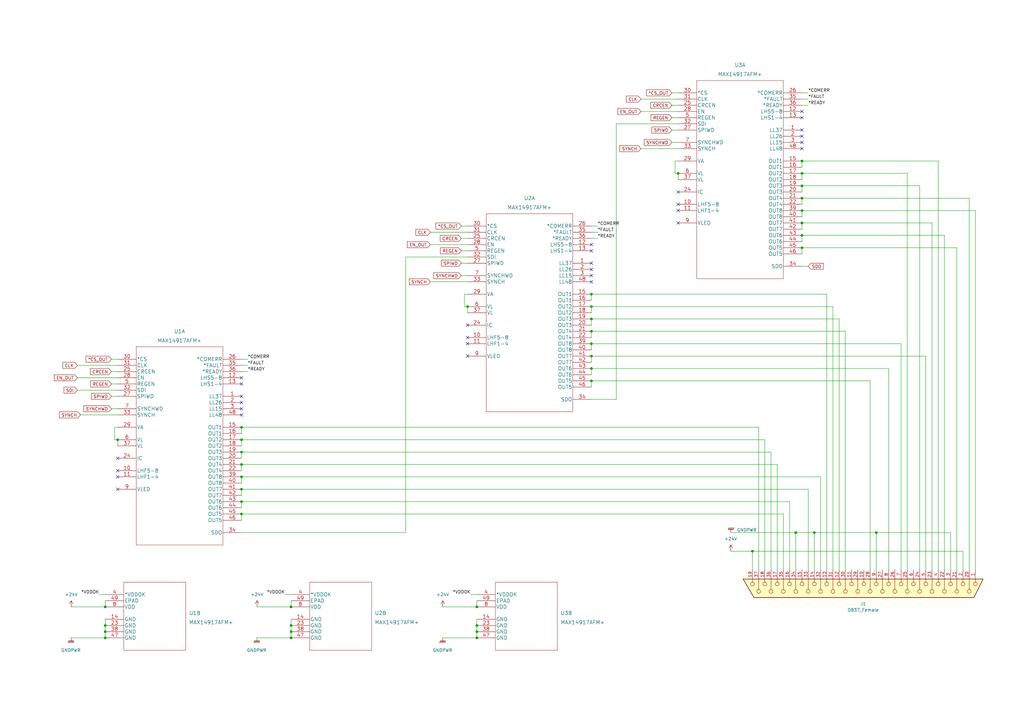
<source format=kicad_sch>
(kicad_sch (version 20211123) (generator eeschema)
  (paper "A3")
  (title_block (title "Num I/O") (rev "1") (company "Electrolab") (comment 1 "Output side"))
  (lib_symbols
    (symbol "Connector:DB37_Female" (pin_names (offset 1.016) hide)
      (property "Reference" "J" (at 0 50.165 0))
      (property "Value" "DB37_Female" (at 0 -50.8 0))
      (symbol "DB37_Female_0_1"
        (circle (center -1.778 -45.72) (radius 0.762))
        (circle (center -1.778 -40.64) (radius 0.762))
        (circle (center -1.778 -35.56) (radius 0.762))
        (circle (center -1.778 -30.48) (radius 0.762))
        (circle (center -1.778 -25.4) (radius 0.762))
        (circle (center -1.778 -20.32) (radius 0.762))
        (circle (center -1.778 -15.24) (radius 0.762))
        (circle (center -1.778 -10.16) (radius 0.762))
        (circle (center -1.778 -5.08) (radius 0.762))
        (circle (center -1.778 0) (radius 0.762))
        (circle (center -1.778 5.08) (radius 0.762))
        (circle (center -1.778 10.16) (radius 0.762))
        (circle (center -1.778 15.24) (radius 0.762))
        (circle (center -1.778 20.32) (radius 0.762))
        (circle (center -1.778 25.4) (radius 0.762))
        (circle (center -1.778 30.48) (radius 0.762))
        (circle (center -1.778 35.56) (radius 0.762))
        (circle (center -1.778 40.64) (radius 0.762))
        (circle (center -1.778 45.72) (radius 0.762))
        (polyline (pts (xy -3.81 -45.72) (xy -2.54 -45.72)))
        (polyline (pts (xy -3.81 -43.18) (xy 0.508 -43.18)))
        (polyline (pts (xy -3.81 -40.64) (xy -2.54 -40.64)))
        (polyline (pts (xy -3.81 -38.1) (xy 0.508 -38.1)))
        (polyline (pts (xy -3.81 -35.56) (xy -2.54 -35.56)))
        (polyline (pts (xy -3.81 -33.02) (xy 0.508 -33.02)))
        (polyline (pts (xy -3.81 -30.48) (xy -2.54 -30.48)))
        (polyline (pts (xy -3.81 -27.94) (xy 0.508 -27.94)))
        (polyline (pts (xy -3.81 -25.4) (xy -2.54 -25.4)))
        (polyline (pts (xy -3.81 -22.86) (xy 0.508 -22.86)))
        (polyline (pts (xy -3.81 -20.32) (xy -2.54 -20.32)))
        (polyline (pts (xy -3.81 -17.78) (xy 0.508 -17.78)))
        (polyline (pts (xy -3.81 -15.24) (xy -2.54 -15.24)))
        (polyline (pts (xy -3.81 -12.7) (xy 0.508 -12.7)))
        (polyline (pts (xy -3.81 -10.16) (xy -2.54 -10.16)))
        (polyline (pts (xy -3.81 -7.62) (xy 0.508 -7.62)))
        (polyline (pts (xy -3.81 -5.08) (xy -2.54 -5.08)))
        (polyline (pts (xy -3.81 -2.54) (xy 0.508 -2.54)))
        (polyline (pts (xy -3.81 0) (xy -2.54 0)))
        (polyline (pts (xy -3.81 2.54) (xy 0.508 2.54)))
        (polyline (pts (xy -3.81 5.08) (xy -2.54 5.08)))
        (polyline (pts (xy -3.81 7.62) (xy 0.508 7.62)))
        (polyline (pts (xy -3.81 10.16) (xy -2.54 10.16)))
        (polyline (pts (xy -3.81 12.7) (xy 0.508 12.7)))
        (polyline (pts (xy -3.81 15.24) (xy -2.54 15.24)))
        (polyline (pts (xy -3.81 17.78) (xy 0.508 17.78)))
        (polyline (pts (xy -3.81 20.32) (xy -2.54 20.32)))
        (polyline (pts (xy -3.81 22.86) (xy 0.508 22.86)))
        (polyline (pts (xy -3.81 25.4) (xy -2.54 25.4)))
        (polyline (pts (xy -3.81 27.94) (xy 0.508 27.94)))
        (polyline (pts (xy -3.81 30.48) (xy -2.54 30.48)))
        (polyline (pts (xy -3.81 33.02) (xy 0.508 33.02)))
        (polyline (pts (xy -3.81 35.56) (xy -2.54 35.56)))
        (polyline (pts (xy -3.81 38.1) (xy 0.508 38.1)))
        (polyline (pts (xy -3.81 40.64) (xy -2.54 40.64)))
        (polyline (pts (xy -3.81 43.18) (xy 0.508 43.18)))
        (polyline (pts (xy -3.81 45.72) (xy -2.54 45.72)))
        (polyline (pts (xy -3.81 -49.53) (xy 3.81 -45.085) (xy 3.81 45.085) (xy -3.81 48.895) (xy -3.81 -49.53)) (stroke (width 0.254)) (fill (type background)))
        (circle (center 1.27 -43.18) (radius 0.762))
        (circle (center 1.27 -38.1) (radius 0.762))
        (circle (center 1.27 -33.02) (radius 0.762))
        (circle (center 1.27 -27.94) (radius 0.762))
        (circle (center 1.27 -22.86) (radius 0.762))
        (circle (center 1.27 -17.78) (radius 0.762))
        (circle (center 1.27 -12.7) (radius 0.762))
        (circle (center 1.27 -7.62) (radius 0.762))
        (circle (center 1.27 -2.54) (radius 0.762))
        (circle (center 1.27 2.54) (radius 0.762))
        (circle (center 1.27 7.62) (radius 0.762))
        (circle (center 1.27 12.7) (radius 0.762))
        (circle (center 1.27 17.78) (radius 0.762))
        (circle (center 1.27 22.86) (radius 0.762))
        (circle (center 1.27 27.94) (radius 0.762))
        (circle (center 1.27 33.02) (radius 0.762))
        (circle (center 1.27 38.1) (radius 0.762))
        (circle (center 1.27 43.18) (radius 0.762))
      )
      (symbol "DB37_Female_1_1"
        (pin passive line (at -7.62 45.72 0) (length 3.81) (name "1") (number "1"))
        (pin passive line (at -7.62 0 0) (length 3.81) (name "10") (number "10"))
        (pin passive line (at -7.62 -5.08 0) (length 3.81) (name "11") (number "11"))
        (pin passive line (at -7.62 -10.16 0) (length 3.81) (name "12") (number "12"))
        (pin passive line (at -7.62 -15.24 0) (length 3.81) (name "13") (number "13"))
        (pin passive line (at -7.62 -20.32 0) (length 3.81) (name "14") (number "14"))
        (pin passive line (at -7.62 -25.4 0) (length 3.81) (name "15") (number "15"))
        (pin passive line (at -7.62 -30.48 0) (length 3.81) (name "16") (number "16"))
        (pin passive line (at -7.62 -35.56 0) (length 3.81) (name "17") (number "17"))
        (pin passive line (at -7.62 -40.64 0) (length 3.81) (name "18") (number "18"))
        (pin passive line (at -7.62 -45.72 0) (length 3.81) (name "19") (number "19"))
        (pin passive line (at -7.62 40.64 0) (length 3.81) (name "2") (number "2"))
        (pin passive line (at -7.62 43.18 0) (length 3.81) (name "20") (number "20"))
        (pin passive line (at -7.62 38.1 0) (length 3.81) (name "21") (number "21"))
        (pin passive line (at -7.62 33.02 0) (length 3.81) (name "22") (number "22"))
        (pin passive line (at -7.62 27.94 0) (length 3.81) (name "23") (number "23"))
        (pin passive line (at -7.62 22.86 0) (length 3.81) (name "24") (number "24"))
        (pin passive line (at -7.62 17.78 0) (length 3.81) (name "25") (number "25"))
        (pin passive line (at -7.62 12.7 0) (length 3.81) (name "26") (number "26"))
        (pin passive line (at -7.62 7.62 0) (length 3.81) (name "27") (number "27"))
        (pin passive line (at -7.62 2.54 0) (length 3.81) (name "28") (number "28"))
        (pin passive line (at -7.62 -2.54 0) (length 3.81) (name "29") (number "29"))
        (pin passive line (at -7.62 35.56 0) (length 3.81) (name "3") (number "3"))
        (pin passive line (at -7.62 -7.62 0) (length 3.81) (name "30") (number "30"))
        (pin passive line (at -7.62 -12.7 0) (length 3.81) (name "31") (number "31"))
        (pin passive line (at -7.62 -17.78 0) (length 3.81) (name "32") (number "32"))
        (pin passive line (at -7.62 -22.86 0) (length 3.81) (name "33") (number "33"))
        (pin passive line (at -7.62 -27.94 0) (length 3.81) (name "34") (number "34"))
        (pin passive line (at -7.62 -33.02 0) (length 3.81) (name "35") (number "35"))
        (pin passive line (at -7.62 -38.1 0) (length 3.81) (name "36") (number "36"))
        (pin passive line (at -7.62 -43.18 0) (length 3.81) (name "37") (number "37"))
        (pin passive line (at -7.62 30.48 0) (length 3.81) (name "4") (number "4"))
        (pin passive line (at -7.62 25.4 0) (length 3.81) (name "5") (number "5"))
        (pin passive line (at -7.62 20.32 0) (length 3.81) (name "6") (number "6"))
        (pin passive line (at -7.62 15.24 0) (length 3.81) (name "7") (number "7"))
        (pin passive line (at -7.62 10.16 0) (length 3.81) (name "8") (number "8"))
        (pin passive line (at -7.62 5.08 0) (length 3.81) (name "9") (number "9"))
      )
    )
    (symbol "Maxim industrial IO:MAX14917AFM+" (pin_names (offset 0.254))
      (property "Reference" "U" (at 25.4 10.16 0))
      (property "Value" "MAX14917AFM+" (at 25.4 7.62 0))
      (symbol "MAX14917AFM+_1_1"
        (polyline (pts (xy 7.62 -76.2) (xy 43.18 -76.2)) (stroke (width 0.127)))
        (polyline (pts (xy 7.62 5.08) (xy 7.62 -76.2)) (stroke (width 0.127)))
        (polyline (pts (xy 43.18 -76.2) (xy 43.18 5.08)) (stroke (width 0.127)))
        (polyline (pts (xy 43.18 5.08) (xy 7.62 5.08)) (stroke (width 0.127)))
        (pin output line (at 50.8 -15.24 180) (length 7.62) (name "LL37") (number "1"))
        (pin unspecified line (at 0 -45.72 0) (length 7.62) (name "LHF5-8") (number "10"))
        (pin unspecified line (at 0 -48.26 0) (length 7.62) (name "LHF1-4") (number "11"))
        (pin output line (at 50.8 -7.62 180) (length 7.62) (name "LHS5-8") (number "12"))
        (pin output line (at 50.8 -10.16 180) (length 7.62) (name "LHS1-4") (number "13"))
        (pin output line (at 50.8 -27.94 180) (length 7.62) (name "OUT1") (number "15"))
        (pin output line (at 50.8 -30.48 180) (length 7.62) (name "OUT1") (number "16"))
        (pin output line (at 50.8 -33.02 180) (length 7.62) (name "OUT2") (number "17"))
        (pin output line (at 50.8 -35.56 180) (length 7.62) (name "OUT2") (number "18"))
        (pin output line (at 50.8 -38.1 180) (length 7.62) (name "OUT3") (number "19"))
        (pin output line (at 50.8 -17.78 180) (length 7.62) (name "LL26") (number "2"))
        (pin output line (at 50.8 -40.64 180) (length 7.62) (name "OUT3") (number "20"))
        (pin output line (at 50.8 -43.18 180) (length 7.62) (name "OUT4") (number "21"))
        (pin output line (at 50.8 -45.72 180) (length 7.62) (name "OUT4") (number "22"))
        (pin unspecified line (at 0 -40.64 0) (length 7.62) (name "IC") (number "24"))
        (pin input line (at 0 -5.08 0) (length 7.62) (name "CRCEN") (number "25"))
        (pin output line (at 50.8 0 180) (length 7.62) (name "*COMERR") (number "26"))
        (pin input line (at 0 -15.24 0) (length 7.62) (name "SPIWD") (number "27"))
        (pin input line (at 0 -7.62 0) (length 7.62) (name "EN") (number "28"))
        (pin input line (at 0 -27.94 0) (length 7.62) (name "VA") (number "29"))
        (pin output line (at 50.8 -20.32 180) (length 7.62) (name "LL15") (number "3"))
        (pin input line (at 0 0 0) (length 7.62) (name "*CS") (number "30"))
        (pin input line (at 0 -2.54 0) (length 7.62) (name "CLK") (number "31"))
        (pin input line (at 0 -12.7 0) (length 7.62) (name "SDI") (number "32"))
        (pin input line (at 0 -22.86 0) (length 7.62) (name "SYNCH") (number "33"))
        (pin output line (at 50.8 -71.12 180) (length 7.62) (name "SDO") (number "34"))
        (pin output line (at 50.8 -2.54 180) (length 7.62) (name "*FAULT") (number "35"))
        (pin output line (at 50.8 -5.08 180) (length 7.62) (name "*READY") (number "36"))
        (pin input line (at 0 -35.56 0) (length 7.62) (name "VL") (number "37"))
        (pin output line (at 50.8 -48.26 180) (length 7.62) (name "OUT8") (number "39"))
        (pin output line (at 50.8 -50.8 180) (length 7.62) (name "OUT8") (number "40"))
        (pin output line (at 50.8 -53.34 180) (length 7.62) (name "OUT7") (number "41"))
        (pin output line (at 50.8 -55.88 180) (length 7.62) (name "OUT7") (number "42"))
        (pin output line (at 50.8 -58.42 180) (length 7.62) (name "OUT6") (number "43"))
        (pin output line (at 50.8 -60.96 180) (length 7.62) (name "OUT6") (number "44"))
        (pin output line (at 50.8 -63.5 180) (length 7.62) (name "OUT5") (number "45"))
        (pin output line (at 50.8 -66.04 180) (length 7.62) (name "OUT5") (number "46"))
        (pin output line (at 50.8 -22.86 180) (length 7.62) (name "LL48") (number "48"))
        (pin input line (at 0 -10.16 0) (length 7.62) (name "REGEN") (number "5"))
        (pin input line (at 0 -33.02 0) (length 7.62) (name "VL") (number "6"))
        (pin input line (at 0 -20.32 0) (length 7.62) (name "SYNCHWD") (number "7"))
        (pin unspecified line (at 0 -53.34 0) (length 7.62) (name "VLED") (number "9"))
      )
      (symbol "MAX14917AFM+_2_1"
        (polyline (pts (xy 7.62 -22.86) (xy 33.02 -22.86)) (stroke (width 0.127)))
        (polyline (pts (xy 7.62 5.08) (xy 7.62 -22.86)) (stroke (width 0.127)))
        (polyline (pts (xy 33.02 -22.86) (xy 33.02 5.08)) (stroke (width 0.127)))
        (polyline (pts (xy 33.02 5.08) (xy 7.62 5.08)) (stroke (width 0.127)))
        (pin power_in line (at 0 -10.16 0) (length 7.62) (name "GND") (number "14"))
        (pin power_in line (at 0 -12.7 0) (length 7.62) (name "GND") (number "23"))
        (pin power_in line (at 0 -15.24 0) (length 7.62) (name "GND") (number "38"))
        (pin output line (at 0 0 0) (length 7.62) (name "*VDDOK") (number "4"))
        (pin power_in line (at 0 -17.78 0) (length 7.62) (name "GND") (number "47"))
        (pin power_in line (at 0 -2.54 0) (length 7.62) (name "EPAD") (number "49"))
        (pin power_in line (at 0 -5.08 0) (length 7.62) (name "VDD") (number "8"))
      )
    )
    (symbol "power:+24V" (power) (pin_names (offset 0))
      (property "Value" "+24V" (at 0 3.556 0))
      (symbol "+24V_0_1"
        (polyline (pts (xy -0.762 1.27) (xy 0 2.54)))
        (polyline (pts (xy 0 0) (xy 0 2.54)))
        (polyline (pts (xy 0 2.54) (xy 0.762 1.27)))
      )
      (symbol "+24V_1_1"
        (pin power_in line (at 0 0 90) (length 0) hide (name "+24V") (number "1"))
      )
    )
    (symbol "power:GNDPWR" (power) (pin_names (offset 0))
      (property "Value" "GNDPWR" (at 0 -3.302 0))
      (symbol "GNDPWR_0_1"
        (polyline (pts (xy 0 -1.27) (xy 0 0)))
        (polyline (pts (xy -1.016 -1.27) (xy -1.27 -2.032) (xy -1.27 -2.032)) (stroke (width 0.2032)))
        (polyline (pts (xy -0.508 -1.27) (xy -0.762 -2.032) (xy -0.762 -2.032)) (stroke (width 0.2032)))
        (polyline (pts (xy 0 -1.27) (xy -0.254 -2.032) (xy -0.254 -2.032)) (stroke (width 0.2032)))
        (polyline (pts (xy 0.508 -1.27) (xy 0.254 -2.032) (xy 0.254 -2.032)) (stroke (width 0.2032)))
        (polyline (pts (xy 1.016 -1.27) (xy -1.016 -1.27) (xy -1.016 -1.27)) (stroke (width 0.2032)))
        (polyline (pts (xy 1.016 -1.27) (xy 0.762 -2.032) (xy 0.762 -2.032) (xy 0.762 -2.032)) (stroke (width 0.2032)))
      )
      (symbol "GNDPWR_1_1"
        (pin power_in line (at 0 0 270) (length 0) hide (name "GNDPWR") (number "1"))
      )
    )
  )
  (junction (at 242.57 146.05))
  (junction (at 99.06 200.66))
  (junction (at 308.61 226.06))
  (junction (at 328.93 86.36))
  (junction (at 328.93 101.6))
  (junction (at 328.93 71.12))
  (junction (at 242.57 120.65))
  (junction (at 191.77 125.73))
  (junction (at 119.38 261.62))
  (junction (at 43.18 248.92))
  (junction (at 119.38 248.92))
  (junction (at 326.39 218.44))
  (junction (at 195.58 261.62))
  (junction (at 334.01 218.44))
  (junction (at 99.06 195.58))
  (junction (at 242.57 156.21))
  (junction (at 43.18 261.62))
  (junction (at 99.06 180.34))
  (junction (at 195.58 259.08))
  (junction (at 278.13 71.12))
  (junction (at 99.06 210.82))
  (junction (at 328.93 96.52))
  (junction (at 242.57 151.13))
  (junction (at 43.18 259.08))
  (junction (at 242.57 135.89))
  (junction (at 43.18 256.54))
  (junction (at 48.26 180.34))
  (junction (at 328.93 76.2))
  (junction (at 328.93 66.04))
  (junction (at 359.41 218.44))
  (junction (at 99.06 175.26))
  (junction (at 328.93 81.28))
  (junction (at 242.57 130.81))
  (junction (at 99.06 185.42))
  (junction (at 99.06 190.5))
  (junction (at 195.58 256.54))
  (junction (at 242.57 125.73))
  (junction (at 119.38 256.54))
  (junction (at 119.38 259.08))
  (junction (at 99.06 205.74))
  (junction (at 242.57 140.97))
  (junction (at 195.58 248.92))
  (junction (at 328.93 91.44))
  (no_connect (at 328.93 60.96))
  (no_connect (at 328.93 58.42))
  (no_connect (at 328.93 55.88))
  (no_connect (at 328.93 53.34))
  (no_connect (at 328.93 48.26))
  (no_connect (at 328.93 45.72))
  (no_connect (at 278.13 78.74))
  (no_connect (at 278.13 83.82))
  (no_connect (at 278.13 86.36))
  (no_connect (at 278.13 91.44))
  (no_connect (at 191.77 133.35))
  (no_connect (at 191.77 138.43))
  (no_connect (at 191.77 140.97))
  (no_connect (at 191.77 146.05))
  (no_connect (at 242.57 100.33))
  (no_connect (at 242.57 102.87))
  (no_connect (at 242.57 107.95))
  (no_connect (at 242.57 110.49))
  (no_connect (at 242.57 113.03))
  (no_connect (at 242.57 115.57))
  (no_connect (at 48.26 200.66))
  (no_connect (at 48.26 195.58))
  (no_connect (at 48.26 187.96))
  (no_connect (at 48.26 193.04))
  (no_connect (at 99.06 154.94))
  (no_connect (at 99.06 157.48))
  (no_connect (at 99.06 162.56))
  (no_connect (at 99.06 165.1))
  (no_connect (at 99.06 167.64))
  (no_connect (at 99.06 170.18))
  (wire (pts (xy 326.39 218.44) (xy 326.39 233.68)))
  (wire (pts (xy 276.86 71.12) (xy 276.86 66.04)))
  (wire (pts (xy 99.06 175.26) (xy 311.15 175.26)))
  (wire (pts (xy 328.93 91.44) (xy 382.27 91.44)))
  (wire (pts (xy 242.57 95.25) (xy 245.11 95.25)))
  (wire (pts (xy 99.06 180.34) (xy 99.06 182.88)))
  (wire (pts (xy 369.57 140.97) (xy 369.57 233.68)))
  (wire (pts (xy 99.06 180.34) (xy 313.69 180.34)))
  (wire (pts (xy 189.23 113.03) (xy 191.77 113.03)))
  (wire (pts (xy 341.63 125.73) (xy 341.63 233.68)))
  (wire (pts (xy 43.18 256.54) (xy 43.18 259.08)))
  (wire (pts (xy 278.13 71.12) (xy 276.86 71.12)))
  (wire (pts (xy 105.41 248.92) (xy 119.38 248.92)))
  (wire (pts (xy 344.17 130.81) (xy 344.17 233.68)))
  (wire (pts (xy 105.41 261.62) (xy 119.38 261.62)))
  (wire (pts (xy 328.93 96.52) (xy 387.35 96.52)))
  (wire (pts (xy 29.21 261.62) (xy 43.18 261.62)))
  (wire (pts (xy 252.73 163.83) (xy 252.73 50.8)))
  (wire (pts (xy 359.41 218.44) (xy 334.01 218.44)))
  (wire (pts (xy 99.06 205.74) (xy 323.85 205.74)))
  (wire (pts (xy 119.38 246.38) (xy 119.38 248.92)))
  (wire (pts (xy 328.93 96.52) (xy 328.93 99.06)))
  (wire (pts (xy 99.06 195.58) (xy 336.55 195.58)))
  (wire (pts (xy 242.57 125.73) (xy 242.57 128.27)))
  (wire (pts (xy 189.23 97.79) (xy 191.77 97.79)))
  (wire (pts (xy 328.93 40.64) (xy 331.47 40.64)))
  (wire (pts (xy 311.15 175.26) (xy 311.15 233.68)))
  (wire (pts (xy 242.57 120.65) (xy 339.09 120.65)))
  (wire (pts (xy 262.89 60.96) (xy 278.13 60.96)))
  (wire (pts (xy 278.13 71.12) (xy 278.13 73.66)))
  (wire (pts (xy 181.61 261.62) (xy 195.58 261.62)))
  (wire (pts (xy 328.93 66.04) (xy 328.93 68.58)))
  (wire (pts (xy 242.57 146.05) (xy 242.57 148.59)))
  (wire (pts (xy 99.06 218.44) (xy 166.37 218.44)))
  (wire (pts (xy 323.85 205.74) (xy 323.85 233.68)))
  (wire (pts (xy 339.09 120.65) (xy 339.09 233.68)))
  (wire (pts (xy 242.57 135.89) (xy 346.71 135.89)))
  (wire (pts (xy 29.21 248.92) (xy 43.18 248.92)))
  (wire (pts (xy 262.89 45.72) (xy 278.13 45.72)))
  (wire (pts (xy 99.06 185.42) (xy 99.06 187.96)))
  (wire (pts (xy 166.37 105.41) (xy 166.37 218.44)))
  (wire (pts (xy 336.55 195.58) (xy 336.55 233.68)))
  (wire (pts (xy 119.38 256.54) (xy 119.38 259.08)))
  (wire (pts (xy 242.57 163.83) (xy 252.73 163.83)))
  (wire (pts (xy 46.99 175.26) (xy 48.26 175.26)))
  (wire (pts (xy 328.93 38.1) (xy 331.47 38.1)))
  (wire (pts (xy 43.18 246.38) (xy 43.18 248.92)))
  (wire (pts (xy 99.06 152.4) (xy 101.6 152.4)))
  (wire (pts (xy 45.72 162.56) (xy 48.26 162.56)))
  (wire (pts (xy 33.02 170.18) (xy 48.26 170.18)))
  (wire (pts (xy 99.06 205.74) (xy 99.06 208.28)))
  (wire (pts (xy 359.41 233.68) (xy 359.41 218.44)))
  (wire (pts (xy 193.04 243.84) (xy 195.58 243.84)))
  (wire (pts (xy 242.57 156.21) (xy 242.57 158.75)))
  (wire (pts (xy 328.93 43.18) (xy 331.47 43.18)))
  (wire (pts (xy 45.72 152.4) (xy 48.26 152.4)))
  (wire (pts (xy 190.5 125.73) (xy 191.77 125.73)))
  (wire (pts (xy 191.77 125.73) (xy 191.77 128.27)))
  (wire (pts (xy 99.06 147.32) (xy 101.6 147.32)))
  (wire (pts (xy 116.84 243.84) (xy 119.38 243.84)))
  (wire (pts (xy 389.89 218.44) (xy 359.41 218.44)))
  (wire (pts (xy 321.31 210.82) (xy 321.31 233.68)))
  (wire (pts (xy 377.19 76.2) (xy 377.19 233.68)))
  (wire (pts (xy 99.06 210.82) (xy 99.06 213.36)))
  (wire (pts (xy 316.23 185.42) (xy 316.23 233.68)))
  (wire (pts (xy 275.59 38.1) (xy 278.13 38.1)))
  (wire (pts (xy 394.97 226.06) (xy 308.61 226.06)))
  (wire (pts (xy 328.93 86.36) (xy 328.93 88.9)))
  (wire (pts (xy 308.61 226.06) (xy 308.61 233.68)))
  (wire (pts (xy 176.53 100.33) (xy 191.77 100.33)))
  (wire (pts (xy 400.05 86.36) (xy 400.05 233.68)))
  (wire (pts (xy 31.75 160.02) (xy 48.26 160.02)))
  (wire (pts (xy 31.75 149.86) (xy 48.26 149.86)))
  (wire (pts (xy 328.93 81.28) (xy 328.93 83.82)))
  (wire (pts (xy 99.06 175.26) (xy 99.06 177.8)))
  (wire (pts (xy 48.26 180.34) (xy 46.99 180.34)))
  (wire (pts (xy 99.06 195.58) (xy 99.06 198.12)))
  (wire (pts (xy 99.06 200.66) (xy 331.47 200.66)))
  (wire (pts (xy 372.11 71.12) (xy 372.11 233.68)))
  (wire (pts (xy 195.58 254) (xy 195.58 256.54)))
  (wire (pts (xy 328.93 91.44) (xy 328.93 93.98)))
  (wire (pts (xy 392.43 101.6) (xy 392.43 233.68)))
  (wire (pts (xy 382.27 91.44) (xy 382.27 233.68)))
  (wire (pts (xy 99.06 190.5) (xy 318.77 190.5)))
  (wire (pts (xy 328.93 71.12) (xy 328.93 73.66)))
  (wire (pts (xy 334.01 233.68) (xy 334.01 218.44)))
  (wire (pts (xy 328.93 101.6) (xy 392.43 101.6)))
  (wire (pts (xy 328.93 71.12) (xy 372.11 71.12)))
  (wire (pts (xy 242.57 97.79) (xy 245.11 97.79)))
  (wire (pts (xy 242.57 146.05) (xy 379.73 146.05)))
  (wire (pts (xy 242.57 92.71) (xy 245.11 92.71)))
  (wire (pts (xy 328.93 76.2) (xy 328.93 78.74)))
  (wire (pts (xy 242.57 130.81) (xy 242.57 133.35)))
  (wire (pts (xy 331.47 200.66) (xy 331.47 233.68)))
  (wire (pts (xy 328.93 86.36) (xy 400.05 86.36)))
  (wire (pts (xy 242.57 140.97) (xy 242.57 143.51)))
  (wire (pts (xy 262.89 40.64) (xy 278.13 40.64)))
  (wire (pts (xy 190.5 120.65) (xy 190.5 125.73)))
  (wire (pts (xy 379.73 146.05) (xy 379.73 233.68)))
  (wire (pts (xy 242.57 120.65) (xy 242.57 123.19)))
  (wire (pts (xy 242.57 156.21) (xy 356.87 156.21)))
  (wire (pts (xy 389.89 233.68) (xy 389.89 218.44)))
  (wire (pts (xy 252.73 50.8) (xy 278.13 50.8)))
  (wire (pts (xy 346.71 135.89) (xy 346.71 233.68)))
  (wire (pts (xy 318.77 190.5) (xy 318.77 233.68)))
  (wire (pts (xy 299.72 218.44) (xy 326.39 218.44)))
  (wire (pts (xy 45.72 147.32) (xy 48.26 147.32)))
  (wire (pts (xy 99.06 200.66) (xy 99.06 203.2)))
  (wire (pts (xy 46.99 180.34) (xy 46.99 175.26)))
  (wire (pts (xy 45.72 157.48) (xy 48.26 157.48)))
  (wire (pts (xy 275.59 43.18) (xy 278.13 43.18)))
  (wire (pts (xy 242.57 151.13) (xy 242.57 153.67)))
  (wire (pts (xy 99.06 190.5) (xy 99.06 193.04)))
  (wire (pts (xy 45.72 167.64) (xy 48.26 167.64)))
  (wire (pts (xy 328.93 81.28) (xy 397.51 81.28)))
  (wire (pts (xy 242.57 140.97) (xy 369.57 140.97)))
  (wire (pts (xy 40.64 243.84) (xy 43.18 243.84)))
  (wire (pts (xy 195.58 259.08) (xy 195.58 261.62)))
  (wire (pts (xy 328.93 76.2) (xy 377.19 76.2)))
  (wire (pts (xy 299.72 226.06) (xy 308.61 226.06)))
  (wire (pts (xy 166.37 105.41) (xy 191.77 105.41)))
  (wire (pts (xy 275.59 58.42) (xy 278.13 58.42)))
  (wire (pts (xy 176.53 95.25) (xy 191.77 95.25)))
  (wire (pts (xy 242.57 151.13) (xy 364.49 151.13)))
  (wire (pts (xy 384.81 66.04) (xy 384.81 233.68)))
  (wire (pts (xy 43.18 254) (xy 43.18 256.54)))
  (wire (pts (xy 394.97 233.68) (xy 394.97 226.06)))
  (wire (pts (xy 189.23 102.87) (xy 191.77 102.87)))
  (wire (pts (xy 397.51 81.28) (xy 397.51 233.68)))
  (wire (pts (xy 242.57 125.73) (xy 341.63 125.73)))
  (wire (pts (xy 276.86 66.04) (xy 278.13 66.04)))
  (wire (pts (xy 99.06 149.86) (xy 101.6 149.86)))
  (wire (pts (xy 99.06 210.82) (xy 321.31 210.82)))
  (wire (pts (xy 328.93 101.6) (xy 328.93 104.14)))
  (wire (pts (xy 31.75 154.94) (xy 48.26 154.94)))
  (wire (pts (xy 195.58 246.38) (xy 195.58 248.92)))
  (wire (pts (xy 189.23 107.95) (xy 191.77 107.95)))
  (wire (pts (xy 48.26 180.34) (xy 48.26 182.88)))
  (wire (pts (xy 242.57 130.81) (xy 344.17 130.81)))
  (wire (pts (xy 328.93 66.04) (xy 384.81 66.04)))
  (wire (pts (xy 176.53 115.57) (xy 191.77 115.57)))
  (wire (pts (xy 356.87 156.21) (xy 356.87 233.68)))
  (wire (pts (xy 191.77 120.65) (xy 190.5 120.65)))
  (wire (pts (xy 195.58 256.54) (xy 195.58 259.08)))
  (wire (pts (xy 181.61 248.92) (xy 195.58 248.92)))
  (wire (pts (xy 189.23 92.71) (xy 191.77 92.71)))
  (wire (pts (xy 364.49 151.13) (xy 364.49 233.68)))
  (wire (pts (xy 313.69 180.34) (xy 313.69 233.68)))
  (wire (pts (xy 119.38 259.08) (xy 119.38 261.62)))
  (wire (pts (xy 387.35 96.52) (xy 387.35 233.68)))
  (wire (pts (xy 43.18 259.08) (xy 43.18 261.62)))
  (wire (pts (xy 275.59 48.26) (xy 278.13 48.26)))
  (wire (pts (xy 119.38 254) (xy 119.38 256.54)))
  (wire (pts (xy 99.06 185.42) (xy 316.23 185.42)))
  (wire (pts (xy 242.57 135.89) (xy 242.57 138.43)))
  (wire (pts (xy 334.01 218.44) (xy 326.39 218.44)))
  (wire (pts (xy 275.59 53.34) (xy 278.13 53.34)))
  (wire (pts (xy 328.93 109.22) (xy 331.47 109.22)))
  (label "*VDDOK" (at 40.64 243.84 180))
  (label "*VDDOK" (at 193.04 243.84 180))
  (label "*COMERR" (at 331.47 38.1 0))
  (label "*READY" (at 331.47 43.18 0))
  (label "*READY" (at 245.11 97.79 0))
  (label "*COMERR" (at 245.11 92.71 0))
  (label "*FAULT" (at 245.11 95.25 0))
  (label "*COMERR" (at 101.6 147.32 0))
  (label "*READY" (at 101.6 152.4 0))
  (label "*FAULT" (at 331.47 40.64 0))
  (label "*VDDOK" (at 116.84 243.84 180))
  (label "*FAULT" (at 101.6 149.86 0))
  (global_label "REGEN" (shape input) (at 189.23 102.87 180) (property "Intersheet References" "${INTERSHEET_REFS}" (effects hide)))
  (global_label "SYNCH" (shape input) (at 33.02 170.18 180) (property "Intersheet References" "${INTERSHEET_REFS}" (effects hide)))
  (global_label "SYNCHWD" (shape input) (at 275.59 58.42 180) (property "Intersheet References" "${INTERSHEET_REFS}" (effects hide)))
  (global_label "SDO" (shape input) (at 331.47 109.22 0) (property "Intersheet References" "${INTERSHEET_REFS}" (effects hide)))
  (global_label "CRCEN" (shape input) (at 45.72 152.4 180) (property "Intersheet References" "${INTERSHEET_REFS}" (effects hide)))
  (global_label "CRCEN" (shape input) (at 189.23 97.79 180) (property "Intersheet References" "${INTERSHEET_REFS}" (effects hide)))
  (global_label "CLK" (shape input) (at 176.53 95.25 180) (property "Intersheet References" "${INTERSHEET_REFS}" (effects hide)))
  (global_label "SYNCH" (shape input) (at 262.89 60.96 180) (property "Intersheet References" "${INTERSHEET_REFS}" (effects hide)))
  (global_label "EN_OUT" (shape input) (at 176.53 100.33 180) (property "Intersheet References" "${INTERSHEET_REFS}" (effects hide)))
  (global_label "SYNCHWD" (shape input) (at 45.72 167.64 180) (property "Intersheet References" "${INTERSHEET_REFS}" (effects hide)))
  (global_label "SYNCH" (shape input) (at 176.53 115.57 180) (property "Intersheet References" "${INTERSHEET_REFS}" (effects hide)))
  (global_label "CRCEN" (shape input) (at 275.59 43.18 180) (property "Intersheet References" "${INTERSHEET_REFS}" (effects hide)))
  (global_label "*CS_OUT" (shape input) (at 189.23 92.71 180) (property "Intersheet References" "${INTERSHEET_REFS}" (effects hide)))
  (global_label "EN_OUT" (shape input) (at 262.89 45.72 180) (property "Intersheet References" "${INTERSHEET_REFS}" (effects hide)))
  (global_label "*CS_OUT" (shape input) (at 45.72 147.32 180) (property "Intersheet References" "${INTERSHEET_REFS}" (effects hide)))
  (global_label "SYNCHWD" (shape input) (at 189.23 113.03 180) (property "Intersheet References" "${INTERSHEET_REFS}" (effects hide)))
  (global_label "SPIWD" (shape input) (at 45.72 162.56 180) (property "Intersheet References" "${INTERSHEET_REFS}" (effects hide)))
  (global_label "*CS_OUT" (shape input) (at 275.59 38.1 180) (property "Intersheet References" "${INTERSHEET_REFS}" (effects hide)))
  (global_label "CLK" (shape input) (at 262.89 40.64 180) (property "Intersheet References" "${INTERSHEET_REFS}" (effects hide)))
  (global_label "SPIWD" (shape input) (at 189.23 107.95 180) (property "Intersheet References" "${INTERSHEET_REFS}" (effects hide)))
  (global_label "REGEN" (shape input) (at 45.72 157.48 180) (property "Intersheet References" "${INTERSHEET_REFS}" (effects hide)))
  (global_label "CLK" (shape input) (at 31.75 149.86 180) (property "Intersheet References" "${INTERSHEET_REFS}" (effects hide)))
  (global_label "SPIWD" (shape input) (at 275.59 53.34 180) (property "Intersheet References" "${INTERSHEET_REFS}" (effects hide)))
  (global_label "SDI" (shape input) (at 31.75 160.02 180) (property "Intersheet References" "${INTERSHEET_REFS}" (effects hide)))
  (global_label "EN_OUT" (shape input) (at 31.75 154.94 180) (property "Intersheet References" "${INTERSHEET_REFS}" (effects hide)))
  (global_label "REGEN" (shape input) (at 275.59 48.26 180) (property "Intersheet References" "${INTERSHEET_REFS}" (effects hide)))
  (symbol (lib_id "Maxim industrial IO:MAX14917AFM+") (at 191.77 92.71 0) (unit 1)
    (property "Reference" "U2" (at 217.17 81.28 0) (effects (font (size 1.524 1.524))))
    (property "Value" "MAX14917AFM+" (at 217.17 85.09 0) (effects (font (size 1.524 1.524))))
  )
  (symbol (lib_id "Connector:DB37_Female") (at 354.33 241.3 270) (unit 1)
    (property "Reference" "J1" (at 354.0125 247.65 90))
    (property "Value" "DB37_Female" (at 354.0125 250.19 90))
    (property "Datasheet" " ~" (effects hide))
  )
  (symbol (lib_id "power:GNDPWR") (at 181.61 261.62 0) (unit 1)
    (property "Reference" "#PWR?" (effects hide))
    (property "Value" "GNDPWR" (at 181.483 266.7 0))
  )
  (symbol (lib_id "power:GNDPWR") (at 299.72 218.44 180) (unit 1)
    (property "Reference" "#PWR?" (effects hide))
    (property "Value" "GNDPWR" (at 302.26 217.3731 0) (effects (justify right)))
  )
  (symbol (lib_id "Maxim industrial IO:MAX14917AFM+") (at 119.38 243.84 0) (unit 2)
    (property "Reference" "U2" (at 153.67 251.46 0) (effects (font (size 1.524 1.524)) (justify left)))
    (property "Value" "MAX14917AFM+" (at 153.67 255.27 0) (effects (font (size 1.524 1.524)) (justify left)))
  )
  (symbol (lib_id "Maxim industrial IO:MAX14917AFM+") (at 195.58 243.84 0) (unit 2)
    (property "Reference" "U3" (at 229.87 251.46 0) (effects (font (size 1.524 1.524)) (justify left)))
    (property "Value" "MAX14917AFM+" (at 229.87 255.27 0) (effects (font (size 1.524 1.524)) (justify left)))
  )
  (symbol (lib_id "power:+24V") (at 29.21 248.92 0) (unit 1)
    (property "Reference" "#PWR?" (effects hide))
    (property "Value" "+24V" (at 29.21 243.84 0))
  )
  (symbol (lib_id "Maxim industrial IO:MAX14917AFM+") (at 278.13 38.1 0) (unit 1)
    (property "Reference" "U3" (at 303.53 26.67 0) (effects (font (size 1.524 1.524))))
    (property "Value" "MAX14917AFM+" (at 303.53 30.48 0) (effects (font (size 1.524 1.524))))
  )
  (symbol (lib_id "power:GNDPWR") (at 105.41 261.62 0) (unit 1)
    (property "Reference" "#PWR?" (effects hide))
    (property "Value" "GNDPWR" (at 105.283 266.7 0))
  )
  (symbol (lib_id "power:GNDPWR") (at 29.21 261.62 0) (unit 1)
    (property "Reference" "#PWR?" (effects hide))
    (property "Value" "GNDPWR" (at 29.083 266.7 0))
  )
  (symbol (lib_id "power:+24V") (at 299.72 226.06 0) (unit 1)
    (property "Reference" "#PWR?" (effects hide))
    (property "Value" "+24V" (at 299.72 220.98 0))
  )
  (symbol (lib_id "power:+24V") (at 181.61 248.92 0) (unit 1)
    (property "Reference" "#PWR?" (effects hide))
    (property "Value" "+24V" (at 181.61 243.84 0))
  )
  (symbol (lib_id "power:+24V") (at 105.41 248.92 0) (unit 1)
    (property "Reference" "#PWR?" (effects hide))
    (property "Value" "+24V" (at 105.41 243.84 0))
  )
  (symbol (lib_id "Maxim industrial IO:MAX14917AFM+") (at 43.18 243.84 0) (unit 2)
    (property "Reference" "U1" (at 77.47 251.46 0) (effects (font (size 1.524 1.524)) (justify left)))
    (property "Value" "MAX14917AFM+" (at 77.47 255.27 0) (effects (font (size 1.524 1.524)) (justify left)))
  )
  (symbol (lib_id "Maxim industrial IO:MAX14917AFM+") (at 48.26 147.32 0) (unit 1)
    (property "Reference" "U1" (at 73.66 135.89 0) (effects (font (size 1.524 1.524))))
    (property "Value" "MAX14917AFM+" (at 73.66 139.7 0) (effects (font (size 1.524 1.524))))
  )
)
</source>
